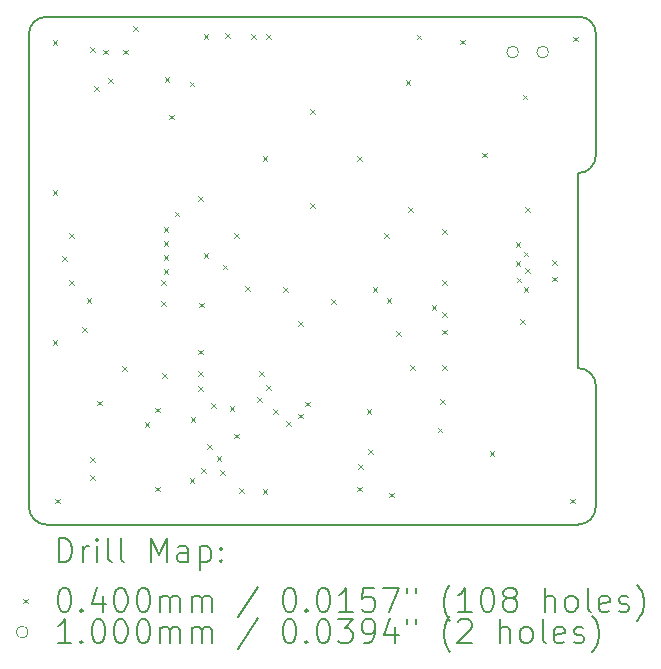
<source format=gbr>
%TF.GenerationSoftware,KiCad,Pcbnew,7.0.7*%
%TF.CreationDate,2023-11-30T17:57:50-08:00*%
%TF.ProjectId,TemperatureHumidityEPD,54656d70-6572-4617-9475-726548756d69,rev?*%
%TF.SameCoordinates,PX75040e0PY7b67cc0*%
%TF.FileFunction,Drillmap*%
%TF.FilePolarity,Positive*%
%FSLAX45Y45*%
G04 Gerber Fmt 4.5, Leading zero omitted, Abs format (unit mm)*
G04 Created by KiCad (PCBNEW 7.0.7) date 2023-11-30 17:57:50*
%MOMM*%
%LPD*%
G01*
G04 APERTURE LIST*
%ADD10C,0.127000*%
%ADD11C,0.200000*%
%ADD12C,0.040000*%
%ADD13C,0.100000*%
G04 APERTURE END LIST*
D10*
X0Y4150000D02*
X0Y150000D01*
X150000Y0D02*
X4650000Y0D01*
X4650000Y0D02*
G75*
G03*
X4800000Y150000I0J150000D01*
G01*
X4800000Y1175000D02*
X4800000Y150000D01*
X4650000Y1325000D02*
X4650000Y2975000D01*
X150000Y4300000D02*
G75*
G03*
X0Y4150000I0J-150000D01*
G01*
X0Y150000D02*
G75*
G03*
X150000Y0I150000J0D01*
G01*
X4650000Y2975000D02*
G75*
G03*
X4800000Y3125000I0J150000D01*
G01*
X4800000Y4150000D02*
G75*
G03*
X4650000Y4300000I-141010J8990D01*
G01*
X4800000Y1175000D02*
G75*
G03*
X4650000Y1325000I-150000J0D01*
G01*
X150000Y4300000D02*
X4650000Y4300000D01*
X4800000Y4150000D02*
X4800000Y3125000D01*
D11*
D12*
X200000Y4100000D02*
X240000Y4060000D01*
X240000Y4100000D02*
X200000Y4060000D01*
X200000Y2830000D02*
X240000Y2790000D01*
X240000Y2830000D02*
X200000Y2790000D01*
X200000Y1560000D02*
X240000Y1520000D01*
X240000Y1560000D02*
X200000Y1520000D01*
X220000Y220000D02*
X260000Y180000D01*
X260000Y220000D02*
X220000Y180000D01*
X280000Y2270000D02*
X320000Y2230000D01*
X320000Y2270000D02*
X280000Y2230000D01*
X340000Y2470000D02*
X380000Y2430000D01*
X380000Y2470000D02*
X340000Y2430000D01*
X342810Y2070000D02*
X382810Y2030000D01*
X382810Y2070000D02*
X342810Y2030000D01*
X450000Y1670000D02*
X490000Y1630000D01*
X490000Y1670000D02*
X450000Y1630000D01*
X490000Y1920000D02*
X530000Y1880000D01*
X530000Y1920000D02*
X490000Y1880000D01*
X520000Y4040000D02*
X560000Y4000000D01*
X560000Y4040000D02*
X520000Y4000000D01*
X520000Y570000D02*
X560000Y530000D01*
X560000Y570000D02*
X520000Y530000D01*
X520000Y420000D02*
X560000Y380000D01*
X560000Y420000D02*
X520000Y380000D01*
X550000Y3710000D02*
X590000Y3670000D01*
X590000Y3710000D02*
X550000Y3670000D01*
X580000Y1050000D02*
X620000Y1010000D01*
X620000Y1050000D02*
X580000Y1010000D01*
X630000Y4020000D02*
X670000Y3980000D01*
X670000Y4020000D02*
X630000Y3980000D01*
X670000Y3780000D02*
X710000Y3740000D01*
X710000Y3780000D02*
X670000Y3740000D01*
X790000Y1340000D02*
X830000Y1300000D01*
X830000Y1340000D02*
X790000Y1300000D01*
X800000Y4020000D02*
X840000Y3980000D01*
X840000Y4020000D02*
X800000Y3980000D01*
X880000Y4220000D02*
X920000Y4180000D01*
X920000Y4220000D02*
X880000Y4180000D01*
X980000Y870000D02*
X1020000Y830000D01*
X1020000Y870000D02*
X980000Y830000D01*
X1070000Y990000D02*
X1110000Y950000D01*
X1110000Y990000D02*
X1070000Y950000D01*
X1070000Y320000D02*
X1110000Y280000D01*
X1110000Y320000D02*
X1070000Y280000D01*
X1116913Y2067652D02*
X1156913Y2027652D01*
X1156913Y2067652D02*
X1116913Y2027652D01*
X1120000Y1890000D02*
X1160000Y1850000D01*
X1160000Y1890000D02*
X1120000Y1850000D01*
X1130000Y1280000D02*
X1170000Y1240000D01*
X1170000Y1280000D02*
X1130000Y1240000D01*
X1140000Y2520000D02*
X1180000Y2480000D01*
X1180000Y2520000D02*
X1140000Y2480000D01*
X1140000Y2400000D02*
X1180000Y2360000D01*
X1180000Y2400000D02*
X1140000Y2360000D01*
X1140000Y2280000D02*
X1180000Y2240000D01*
X1180000Y2280000D02*
X1140000Y2240000D01*
X1140000Y2160000D02*
X1180000Y2120000D01*
X1180000Y2160000D02*
X1140000Y2120000D01*
X1150000Y3790000D02*
X1190000Y3750000D01*
X1190000Y3790000D02*
X1150000Y3750000D01*
X1190000Y3470000D02*
X1230000Y3430000D01*
X1230000Y3470000D02*
X1190000Y3430000D01*
X1235000Y2650000D02*
X1275000Y2610000D01*
X1275000Y2650000D02*
X1235000Y2610000D01*
X1360000Y3750000D02*
X1400000Y3710000D01*
X1400000Y3750000D02*
X1360000Y3710000D01*
X1360000Y390000D02*
X1400000Y350000D01*
X1400000Y390000D02*
X1360000Y350000D01*
X1370000Y910000D02*
X1410000Y870000D01*
X1410000Y910000D02*
X1370000Y870000D01*
X1430000Y2780000D02*
X1470000Y2740000D01*
X1470000Y2780000D02*
X1430000Y2740000D01*
X1430000Y1480000D02*
X1470000Y1440000D01*
X1470000Y1480000D02*
X1430000Y1440000D01*
X1430000Y1300000D02*
X1470000Y1260000D01*
X1470000Y1300000D02*
X1430000Y1260000D01*
X1430000Y1170000D02*
X1470000Y1130000D01*
X1470000Y1170000D02*
X1430000Y1130000D01*
X1440000Y1880000D02*
X1480000Y1840000D01*
X1480000Y1880000D02*
X1440000Y1840000D01*
X1460000Y480000D02*
X1500000Y440000D01*
X1500000Y480000D02*
X1460000Y440000D01*
X1480000Y4150000D02*
X1520000Y4110000D01*
X1520000Y4150000D02*
X1480000Y4110000D01*
X1480000Y2300000D02*
X1520000Y2260000D01*
X1520000Y2300000D02*
X1480000Y2260000D01*
X1510000Y680000D02*
X1550000Y640000D01*
X1550000Y680000D02*
X1510000Y640000D01*
X1540000Y1030000D02*
X1580000Y990000D01*
X1580000Y1030000D02*
X1540000Y990000D01*
X1590000Y580000D02*
X1630000Y540000D01*
X1630000Y580000D02*
X1590000Y540000D01*
X1620000Y460000D02*
X1660000Y420000D01*
X1660000Y460000D02*
X1620000Y420000D01*
X1640000Y2200000D02*
X1680000Y2160000D01*
X1680000Y2200000D02*
X1640000Y2160000D01*
X1660000Y4160000D02*
X1700000Y4120000D01*
X1700000Y4160000D02*
X1660000Y4120000D01*
X1700000Y1000000D02*
X1740000Y960000D01*
X1740000Y1000000D02*
X1700000Y960000D01*
X1740000Y2470000D02*
X1780000Y2430000D01*
X1780000Y2470000D02*
X1740000Y2430000D01*
X1740000Y770000D02*
X1780000Y730000D01*
X1780000Y770000D02*
X1740000Y730000D01*
X1780000Y310000D02*
X1820000Y270000D01*
X1820000Y310000D02*
X1780000Y270000D01*
X1830000Y2020000D02*
X1870000Y1980000D01*
X1870000Y2020000D02*
X1830000Y1980000D01*
X1880000Y4150000D02*
X1920000Y4110000D01*
X1920000Y4150000D02*
X1880000Y4110000D01*
X1930000Y1080000D02*
X1970000Y1040000D01*
X1970000Y1080000D02*
X1930000Y1040000D01*
X1949760Y1300000D02*
X1989760Y1260000D01*
X1989760Y1300000D02*
X1949760Y1260000D01*
X1980000Y3120000D02*
X2020000Y3080000D01*
X2020000Y3120000D02*
X1980000Y3080000D01*
X1980000Y300000D02*
X2020000Y260000D01*
X2020000Y300000D02*
X1980000Y260000D01*
X2010000Y4150000D02*
X2050000Y4110000D01*
X2050000Y4150000D02*
X2010000Y4110000D01*
X2010000Y1180000D02*
X2050000Y1140000D01*
X2050000Y1180000D02*
X2010000Y1140000D01*
X2070000Y980000D02*
X2110000Y940000D01*
X2110000Y980000D02*
X2070000Y940000D01*
X2150000Y2010000D02*
X2190000Y1970000D01*
X2190000Y2010000D02*
X2150000Y1970000D01*
X2177439Y877439D02*
X2217439Y837439D01*
X2217439Y877439D02*
X2177439Y837439D01*
X2279810Y940000D02*
X2319810Y900000D01*
X2319810Y940000D02*
X2279810Y900000D01*
X2280000Y1720000D02*
X2320000Y1680000D01*
X2320000Y1720000D02*
X2280000Y1680000D01*
X2340000Y1040000D02*
X2380000Y1000000D01*
X2380000Y1040000D02*
X2340000Y1000000D01*
X2380000Y3520000D02*
X2420000Y3480000D01*
X2420000Y3520000D02*
X2380000Y3480000D01*
X2380000Y2720000D02*
X2420000Y2680000D01*
X2420000Y2720000D02*
X2380000Y2680000D01*
X2560000Y1910000D02*
X2600000Y1870000D01*
X2600000Y1910000D02*
X2560000Y1870000D01*
X2780000Y3120000D02*
X2820000Y3080000D01*
X2820000Y3120000D02*
X2780000Y3080000D01*
X2780000Y320000D02*
X2820000Y280000D01*
X2820000Y320000D02*
X2780000Y280000D01*
X2790000Y510000D02*
X2830000Y470000D01*
X2830000Y510000D02*
X2790000Y470000D01*
X2860000Y980000D02*
X2900000Y940000D01*
X2900000Y980000D02*
X2860000Y940000D01*
X2870000Y639810D02*
X2910000Y599810D01*
X2910000Y639810D02*
X2870000Y599810D01*
X2910000Y2010000D02*
X2950000Y1970000D01*
X2950000Y2010000D02*
X2910000Y1970000D01*
X3010000Y2470000D02*
X3050000Y2430000D01*
X3050000Y2470000D02*
X3010000Y2430000D01*
X3030000Y1920000D02*
X3070000Y1880000D01*
X3070000Y1920000D02*
X3030000Y1880000D01*
X3050000Y270000D02*
X3090000Y230000D01*
X3090000Y270000D02*
X3050000Y230000D01*
X3110000Y1640000D02*
X3150000Y1600000D01*
X3150000Y1640000D02*
X3110000Y1600000D01*
X3190000Y3760000D02*
X3230000Y3720000D01*
X3230000Y3760000D02*
X3190000Y3720000D01*
X3210000Y2690000D02*
X3250000Y2650000D01*
X3250000Y2690000D02*
X3210000Y2650000D01*
X3230000Y1350000D02*
X3270000Y1310000D01*
X3270000Y1350000D02*
X3230000Y1310000D01*
X3282500Y4147500D02*
X3322500Y4107500D01*
X3322500Y4147500D02*
X3282500Y4107500D01*
X3410000Y1860000D02*
X3450000Y1820000D01*
X3450000Y1860000D02*
X3410000Y1820000D01*
X3460000Y820000D02*
X3500000Y780000D01*
X3500000Y820000D02*
X3460000Y780000D01*
X3480000Y1060000D02*
X3520000Y1020000D01*
X3520000Y1060000D02*
X3480000Y1020000D01*
X3496644Y2070019D02*
X3536644Y2030019D01*
X3536644Y2070019D02*
X3496644Y2030019D01*
X3500000Y2500000D02*
X3540000Y2460000D01*
X3540000Y2500000D02*
X3500000Y2460000D01*
X3500000Y1800000D02*
X3540000Y1760000D01*
X3540000Y1800000D02*
X3500000Y1760000D01*
X3500000Y1650000D02*
X3540000Y1610000D01*
X3540000Y1650000D02*
X3500000Y1610000D01*
X3500000Y1350000D02*
X3540000Y1310000D01*
X3540000Y1350000D02*
X3500000Y1310000D01*
X3653750Y4106250D02*
X3693750Y4066250D01*
X3693750Y4106250D02*
X3653750Y4066250D01*
X3840000Y3150000D02*
X3880000Y3110000D01*
X3880000Y3150000D02*
X3840000Y3110000D01*
X3900000Y620000D02*
X3940000Y580000D01*
X3940000Y620000D02*
X3900000Y580000D01*
X4120000Y2390000D02*
X4160000Y2350000D01*
X4160000Y2390000D02*
X4120000Y2350000D01*
X4120000Y2230000D02*
X4160000Y2190000D01*
X4160000Y2230000D02*
X4120000Y2190000D01*
X4130000Y2090000D02*
X4170000Y2050000D01*
X4170000Y2090000D02*
X4130000Y2050000D01*
X4160000Y1740000D02*
X4200000Y1700000D01*
X4200000Y1740000D02*
X4160000Y1700000D01*
X4180000Y3640000D02*
X4220000Y3600000D01*
X4220000Y3640000D02*
X4180000Y3600000D01*
X4190000Y2310000D02*
X4230000Y2270000D01*
X4230000Y2310000D02*
X4190000Y2270000D01*
X4190000Y2010190D02*
X4230000Y1970190D01*
X4230000Y2010190D02*
X4190000Y1970190D01*
X4200000Y2690000D02*
X4240000Y2650000D01*
X4240000Y2690000D02*
X4200000Y2650000D01*
X4200000Y2170000D02*
X4240000Y2130000D01*
X4240000Y2170000D02*
X4200000Y2130000D01*
X4430000Y2240000D02*
X4470000Y2200000D01*
X4470000Y2240000D02*
X4430000Y2200000D01*
X4430000Y2100000D02*
X4470000Y2060000D01*
X4470000Y2100000D02*
X4430000Y2060000D01*
X4580000Y220000D02*
X4620000Y180000D01*
X4620000Y220000D02*
X4580000Y180000D01*
X4610000Y4130000D02*
X4650000Y4090000D01*
X4650000Y4130000D02*
X4610000Y4090000D01*
D13*
X4146000Y4000000D02*
G75*
G03*
X4146000Y4000000I-50000J0D01*
G01*
X4400000Y4000000D02*
G75*
G03*
X4400000Y4000000I-50000J0D01*
G01*
D11*
X254427Y-317834D02*
X254427Y-117834D01*
X254427Y-117834D02*
X302046Y-117834D01*
X302046Y-117834D02*
X330617Y-127358D01*
X330617Y-127358D02*
X349665Y-146405D01*
X349665Y-146405D02*
X359189Y-165453D01*
X359189Y-165453D02*
X368712Y-203548D01*
X368712Y-203548D02*
X368712Y-232119D01*
X368712Y-232119D02*
X359189Y-270215D01*
X359189Y-270215D02*
X349665Y-289262D01*
X349665Y-289262D02*
X330617Y-308310D01*
X330617Y-308310D02*
X302046Y-317834D01*
X302046Y-317834D02*
X254427Y-317834D01*
X454427Y-317834D02*
X454427Y-184500D01*
X454427Y-222596D02*
X463951Y-203548D01*
X463951Y-203548D02*
X473474Y-194024D01*
X473474Y-194024D02*
X492522Y-184500D01*
X492522Y-184500D02*
X511570Y-184500D01*
X578236Y-317834D02*
X578236Y-184500D01*
X578236Y-117834D02*
X568713Y-127358D01*
X568713Y-127358D02*
X578236Y-136881D01*
X578236Y-136881D02*
X587760Y-127358D01*
X587760Y-127358D02*
X578236Y-117834D01*
X578236Y-117834D02*
X578236Y-136881D01*
X702046Y-317834D02*
X682998Y-308310D01*
X682998Y-308310D02*
X673474Y-289262D01*
X673474Y-289262D02*
X673474Y-117834D01*
X806808Y-317834D02*
X787760Y-308310D01*
X787760Y-308310D02*
X778236Y-289262D01*
X778236Y-289262D02*
X778236Y-117834D01*
X1035379Y-317834D02*
X1035379Y-117834D01*
X1035379Y-117834D02*
X1102046Y-260691D01*
X1102046Y-260691D02*
X1168713Y-117834D01*
X1168713Y-117834D02*
X1168713Y-317834D01*
X1349665Y-317834D02*
X1349665Y-213072D01*
X1349665Y-213072D02*
X1340141Y-194024D01*
X1340141Y-194024D02*
X1321094Y-184500D01*
X1321094Y-184500D02*
X1282998Y-184500D01*
X1282998Y-184500D02*
X1263951Y-194024D01*
X1349665Y-308310D02*
X1330617Y-317834D01*
X1330617Y-317834D02*
X1282998Y-317834D01*
X1282998Y-317834D02*
X1263951Y-308310D01*
X1263951Y-308310D02*
X1254427Y-289262D01*
X1254427Y-289262D02*
X1254427Y-270215D01*
X1254427Y-270215D02*
X1263951Y-251167D01*
X1263951Y-251167D02*
X1282998Y-241643D01*
X1282998Y-241643D02*
X1330617Y-241643D01*
X1330617Y-241643D02*
X1349665Y-232119D01*
X1444903Y-184500D02*
X1444903Y-384500D01*
X1444903Y-194024D02*
X1463951Y-184500D01*
X1463951Y-184500D02*
X1502046Y-184500D01*
X1502046Y-184500D02*
X1521093Y-194024D01*
X1521093Y-194024D02*
X1530617Y-203548D01*
X1530617Y-203548D02*
X1540141Y-222596D01*
X1540141Y-222596D02*
X1540141Y-279739D01*
X1540141Y-279739D02*
X1530617Y-298786D01*
X1530617Y-298786D02*
X1521093Y-308310D01*
X1521093Y-308310D02*
X1502046Y-317834D01*
X1502046Y-317834D02*
X1463951Y-317834D01*
X1463951Y-317834D02*
X1444903Y-308310D01*
X1625855Y-298786D02*
X1635379Y-308310D01*
X1635379Y-308310D02*
X1625855Y-317834D01*
X1625855Y-317834D02*
X1616332Y-308310D01*
X1616332Y-308310D02*
X1625855Y-298786D01*
X1625855Y-298786D02*
X1625855Y-317834D01*
X1625855Y-194024D02*
X1635379Y-203548D01*
X1635379Y-203548D02*
X1625855Y-213072D01*
X1625855Y-213072D02*
X1616332Y-203548D01*
X1616332Y-203548D02*
X1625855Y-194024D01*
X1625855Y-194024D02*
X1625855Y-213072D01*
D12*
X-46350Y-626350D02*
X-6350Y-666350D01*
X-6350Y-626350D02*
X-46350Y-666350D01*
D11*
X292522Y-537834D02*
X311570Y-537834D01*
X311570Y-537834D02*
X330617Y-547358D01*
X330617Y-547358D02*
X340141Y-556881D01*
X340141Y-556881D02*
X349665Y-575929D01*
X349665Y-575929D02*
X359189Y-614024D01*
X359189Y-614024D02*
X359189Y-661643D01*
X359189Y-661643D02*
X349665Y-699738D01*
X349665Y-699738D02*
X340141Y-718786D01*
X340141Y-718786D02*
X330617Y-728310D01*
X330617Y-728310D02*
X311570Y-737834D01*
X311570Y-737834D02*
X292522Y-737834D01*
X292522Y-737834D02*
X273474Y-728310D01*
X273474Y-728310D02*
X263951Y-718786D01*
X263951Y-718786D02*
X254427Y-699738D01*
X254427Y-699738D02*
X244903Y-661643D01*
X244903Y-661643D02*
X244903Y-614024D01*
X244903Y-614024D02*
X254427Y-575929D01*
X254427Y-575929D02*
X263951Y-556881D01*
X263951Y-556881D02*
X273474Y-547358D01*
X273474Y-547358D02*
X292522Y-537834D01*
X444903Y-718786D02*
X454427Y-728310D01*
X454427Y-728310D02*
X444903Y-737834D01*
X444903Y-737834D02*
X435379Y-728310D01*
X435379Y-728310D02*
X444903Y-718786D01*
X444903Y-718786D02*
X444903Y-737834D01*
X625855Y-604500D02*
X625855Y-737834D01*
X578236Y-528310D02*
X530617Y-671167D01*
X530617Y-671167D02*
X654427Y-671167D01*
X768712Y-537834D02*
X787760Y-537834D01*
X787760Y-537834D02*
X806808Y-547358D01*
X806808Y-547358D02*
X816332Y-556881D01*
X816332Y-556881D02*
X825855Y-575929D01*
X825855Y-575929D02*
X835379Y-614024D01*
X835379Y-614024D02*
X835379Y-661643D01*
X835379Y-661643D02*
X825855Y-699738D01*
X825855Y-699738D02*
X816332Y-718786D01*
X816332Y-718786D02*
X806808Y-728310D01*
X806808Y-728310D02*
X787760Y-737834D01*
X787760Y-737834D02*
X768712Y-737834D01*
X768712Y-737834D02*
X749665Y-728310D01*
X749665Y-728310D02*
X740141Y-718786D01*
X740141Y-718786D02*
X730617Y-699738D01*
X730617Y-699738D02*
X721093Y-661643D01*
X721093Y-661643D02*
X721093Y-614024D01*
X721093Y-614024D02*
X730617Y-575929D01*
X730617Y-575929D02*
X740141Y-556881D01*
X740141Y-556881D02*
X749665Y-547358D01*
X749665Y-547358D02*
X768712Y-537834D01*
X959189Y-537834D02*
X978236Y-537834D01*
X978236Y-537834D02*
X997284Y-547358D01*
X997284Y-547358D02*
X1006808Y-556881D01*
X1006808Y-556881D02*
X1016332Y-575929D01*
X1016332Y-575929D02*
X1025855Y-614024D01*
X1025855Y-614024D02*
X1025855Y-661643D01*
X1025855Y-661643D02*
X1016332Y-699738D01*
X1016332Y-699738D02*
X1006808Y-718786D01*
X1006808Y-718786D02*
X997284Y-728310D01*
X997284Y-728310D02*
X978236Y-737834D01*
X978236Y-737834D02*
X959189Y-737834D01*
X959189Y-737834D02*
X940141Y-728310D01*
X940141Y-728310D02*
X930617Y-718786D01*
X930617Y-718786D02*
X921093Y-699738D01*
X921093Y-699738D02*
X911570Y-661643D01*
X911570Y-661643D02*
X911570Y-614024D01*
X911570Y-614024D02*
X921093Y-575929D01*
X921093Y-575929D02*
X930617Y-556881D01*
X930617Y-556881D02*
X940141Y-547358D01*
X940141Y-547358D02*
X959189Y-537834D01*
X1111570Y-737834D02*
X1111570Y-604500D01*
X1111570Y-623548D02*
X1121094Y-614024D01*
X1121094Y-614024D02*
X1140141Y-604500D01*
X1140141Y-604500D02*
X1168713Y-604500D01*
X1168713Y-604500D02*
X1187760Y-614024D01*
X1187760Y-614024D02*
X1197284Y-633072D01*
X1197284Y-633072D02*
X1197284Y-737834D01*
X1197284Y-633072D02*
X1206808Y-614024D01*
X1206808Y-614024D02*
X1225855Y-604500D01*
X1225855Y-604500D02*
X1254427Y-604500D01*
X1254427Y-604500D02*
X1273475Y-614024D01*
X1273475Y-614024D02*
X1282998Y-633072D01*
X1282998Y-633072D02*
X1282998Y-737834D01*
X1378236Y-737834D02*
X1378236Y-604500D01*
X1378236Y-623548D02*
X1387760Y-614024D01*
X1387760Y-614024D02*
X1406808Y-604500D01*
X1406808Y-604500D02*
X1435379Y-604500D01*
X1435379Y-604500D02*
X1454427Y-614024D01*
X1454427Y-614024D02*
X1463951Y-633072D01*
X1463951Y-633072D02*
X1463951Y-737834D01*
X1463951Y-633072D02*
X1473474Y-614024D01*
X1473474Y-614024D02*
X1492522Y-604500D01*
X1492522Y-604500D02*
X1521093Y-604500D01*
X1521093Y-604500D02*
X1540141Y-614024D01*
X1540141Y-614024D02*
X1549665Y-633072D01*
X1549665Y-633072D02*
X1549665Y-737834D01*
X1940141Y-528310D02*
X1768713Y-785453D01*
X2197284Y-537834D02*
X2216332Y-537834D01*
X2216332Y-537834D02*
X2235379Y-547358D01*
X2235379Y-547358D02*
X2244903Y-556881D01*
X2244903Y-556881D02*
X2254427Y-575929D01*
X2254427Y-575929D02*
X2263951Y-614024D01*
X2263951Y-614024D02*
X2263951Y-661643D01*
X2263951Y-661643D02*
X2254427Y-699738D01*
X2254427Y-699738D02*
X2244903Y-718786D01*
X2244903Y-718786D02*
X2235379Y-728310D01*
X2235379Y-728310D02*
X2216332Y-737834D01*
X2216332Y-737834D02*
X2197284Y-737834D01*
X2197284Y-737834D02*
X2178237Y-728310D01*
X2178237Y-728310D02*
X2168713Y-718786D01*
X2168713Y-718786D02*
X2159189Y-699738D01*
X2159189Y-699738D02*
X2149665Y-661643D01*
X2149665Y-661643D02*
X2149665Y-614024D01*
X2149665Y-614024D02*
X2159189Y-575929D01*
X2159189Y-575929D02*
X2168713Y-556881D01*
X2168713Y-556881D02*
X2178237Y-547358D01*
X2178237Y-547358D02*
X2197284Y-537834D01*
X2349665Y-718786D02*
X2359189Y-728310D01*
X2359189Y-728310D02*
X2349665Y-737834D01*
X2349665Y-737834D02*
X2340141Y-728310D01*
X2340141Y-728310D02*
X2349665Y-718786D01*
X2349665Y-718786D02*
X2349665Y-737834D01*
X2482998Y-537834D02*
X2502046Y-537834D01*
X2502046Y-537834D02*
X2521094Y-547358D01*
X2521094Y-547358D02*
X2530618Y-556881D01*
X2530618Y-556881D02*
X2540141Y-575929D01*
X2540141Y-575929D02*
X2549665Y-614024D01*
X2549665Y-614024D02*
X2549665Y-661643D01*
X2549665Y-661643D02*
X2540141Y-699738D01*
X2540141Y-699738D02*
X2530618Y-718786D01*
X2530618Y-718786D02*
X2521094Y-728310D01*
X2521094Y-728310D02*
X2502046Y-737834D01*
X2502046Y-737834D02*
X2482998Y-737834D01*
X2482998Y-737834D02*
X2463951Y-728310D01*
X2463951Y-728310D02*
X2454427Y-718786D01*
X2454427Y-718786D02*
X2444903Y-699738D01*
X2444903Y-699738D02*
X2435379Y-661643D01*
X2435379Y-661643D02*
X2435379Y-614024D01*
X2435379Y-614024D02*
X2444903Y-575929D01*
X2444903Y-575929D02*
X2454427Y-556881D01*
X2454427Y-556881D02*
X2463951Y-547358D01*
X2463951Y-547358D02*
X2482998Y-537834D01*
X2740141Y-737834D02*
X2625856Y-737834D01*
X2682998Y-737834D02*
X2682998Y-537834D01*
X2682998Y-537834D02*
X2663951Y-566405D01*
X2663951Y-566405D02*
X2644903Y-585453D01*
X2644903Y-585453D02*
X2625856Y-594977D01*
X2921094Y-537834D02*
X2825856Y-537834D01*
X2825856Y-537834D02*
X2816332Y-633072D01*
X2816332Y-633072D02*
X2825856Y-623548D01*
X2825856Y-623548D02*
X2844903Y-614024D01*
X2844903Y-614024D02*
X2892522Y-614024D01*
X2892522Y-614024D02*
X2911570Y-623548D01*
X2911570Y-623548D02*
X2921094Y-633072D01*
X2921094Y-633072D02*
X2930617Y-652120D01*
X2930617Y-652120D02*
X2930617Y-699738D01*
X2930617Y-699738D02*
X2921094Y-718786D01*
X2921094Y-718786D02*
X2911570Y-728310D01*
X2911570Y-728310D02*
X2892522Y-737834D01*
X2892522Y-737834D02*
X2844903Y-737834D01*
X2844903Y-737834D02*
X2825856Y-728310D01*
X2825856Y-728310D02*
X2816332Y-718786D01*
X2997284Y-537834D02*
X3130617Y-537834D01*
X3130617Y-537834D02*
X3044903Y-737834D01*
X3197284Y-537834D02*
X3197284Y-575929D01*
X3273475Y-537834D02*
X3273475Y-575929D01*
X3568713Y-814024D02*
X3559189Y-804500D01*
X3559189Y-804500D02*
X3540141Y-775929D01*
X3540141Y-775929D02*
X3530618Y-756881D01*
X3530618Y-756881D02*
X3521094Y-728310D01*
X3521094Y-728310D02*
X3511570Y-680691D01*
X3511570Y-680691D02*
X3511570Y-642596D01*
X3511570Y-642596D02*
X3521094Y-594977D01*
X3521094Y-594977D02*
X3530618Y-566405D01*
X3530618Y-566405D02*
X3540141Y-547358D01*
X3540141Y-547358D02*
X3559189Y-518786D01*
X3559189Y-518786D02*
X3568713Y-509262D01*
X3749665Y-737834D02*
X3635379Y-737834D01*
X3692522Y-737834D02*
X3692522Y-537834D01*
X3692522Y-537834D02*
X3673475Y-566405D01*
X3673475Y-566405D02*
X3654427Y-585453D01*
X3654427Y-585453D02*
X3635379Y-594977D01*
X3873475Y-537834D02*
X3892522Y-537834D01*
X3892522Y-537834D02*
X3911570Y-547358D01*
X3911570Y-547358D02*
X3921094Y-556881D01*
X3921094Y-556881D02*
X3930618Y-575929D01*
X3930618Y-575929D02*
X3940141Y-614024D01*
X3940141Y-614024D02*
X3940141Y-661643D01*
X3940141Y-661643D02*
X3930618Y-699738D01*
X3930618Y-699738D02*
X3921094Y-718786D01*
X3921094Y-718786D02*
X3911570Y-728310D01*
X3911570Y-728310D02*
X3892522Y-737834D01*
X3892522Y-737834D02*
X3873475Y-737834D01*
X3873475Y-737834D02*
X3854427Y-728310D01*
X3854427Y-728310D02*
X3844903Y-718786D01*
X3844903Y-718786D02*
X3835379Y-699738D01*
X3835379Y-699738D02*
X3825856Y-661643D01*
X3825856Y-661643D02*
X3825856Y-614024D01*
X3825856Y-614024D02*
X3835379Y-575929D01*
X3835379Y-575929D02*
X3844903Y-556881D01*
X3844903Y-556881D02*
X3854427Y-547358D01*
X3854427Y-547358D02*
X3873475Y-537834D01*
X4054427Y-623548D02*
X4035379Y-614024D01*
X4035379Y-614024D02*
X4025856Y-604500D01*
X4025856Y-604500D02*
X4016332Y-585453D01*
X4016332Y-585453D02*
X4016332Y-575929D01*
X4016332Y-575929D02*
X4025856Y-556881D01*
X4025856Y-556881D02*
X4035379Y-547358D01*
X4035379Y-547358D02*
X4054427Y-537834D01*
X4054427Y-537834D02*
X4092522Y-537834D01*
X4092522Y-537834D02*
X4111570Y-547358D01*
X4111570Y-547358D02*
X4121094Y-556881D01*
X4121094Y-556881D02*
X4130618Y-575929D01*
X4130618Y-575929D02*
X4130618Y-585453D01*
X4130618Y-585453D02*
X4121094Y-604500D01*
X4121094Y-604500D02*
X4111570Y-614024D01*
X4111570Y-614024D02*
X4092522Y-623548D01*
X4092522Y-623548D02*
X4054427Y-623548D01*
X4054427Y-623548D02*
X4035379Y-633072D01*
X4035379Y-633072D02*
X4025856Y-642596D01*
X4025856Y-642596D02*
X4016332Y-661643D01*
X4016332Y-661643D02*
X4016332Y-699738D01*
X4016332Y-699738D02*
X4025856Y-718786D01*
X4025856Y-718786D02*
X4035379Y-728310D01*
X4035379Y-728310D02*
X4054427Y-737834D01*
X4054427Y-737834D02*
X4092522Y-737834D01*
X4092522Y-737834D02*
X4111570Y-728310D01*
X4111570Y-728310D02*
X4121094Y-718786D01*
X4121094Y-718786D02*
X4130618Y-699738D01*
X4130618Y-699738D02*
X4130618Y-661643D01*
X4130618Y-661643D02*
X4121094Y-642596D01*
X4121094Y-642596D02*
X4111570Y-633072D01*
X4111570Y-633072D02*
X4092522Y-623548D01*
X4368713Y-737834D02*
X4368713Y-537834D01*
X4454427Y-737834D02*
X4454427Y-633072D01*
X4454427Y-633072D02*
X4444903Y-614024D01*
X4444903Y-614024D02*
X4425856Y-604500D01*
X4425856Y-604500D02*
X4397284Y-604500D01*
X4397284Y-604500D02*
X4378237Y-614024D01*
X4378237Y-614024D02*
X4368713Y-623548D01*
X4578237Y-737834D02*
X4559189Y-728310D01*
X4559189Y-728310D02*
X4549665Y-718786D01*
X4549665Y-718786D02*
X4540142Y-699738D01*
X4540142Y-699738D02*
X4540142Y-642596D01*
X4540142Y-642596D02*
X4549665Y-623548D01*
X4549665Y-623548D02*
X4559189Y-614024D01*
X4559189Y-614024D02*
X4578237Y-604500D01*
X4578237Y-604500D02*
X4606808Y-604500D01*
X4606808Y-604500D02*
X4625856Y-614024D01*
X4625856Y-614024D02*
X4635380Y-623548D01*
X4635380Y-623548D02*
X4644903Y-642596D01*
X4644903Y-642596D02*
X4644903Y-699738D01*
X4644903Y-699738D02*
X4635380Y-718786D01*
X4635380Y-718786D02*
X4625856Y-728310D01*
X4625856Y-728310D02*
X4606808Y-737834D01*
X4606808Y-737834D02*
X4578237Y-737834D01*
X4759189Y-737834D02*
X4740142Y-728310D01*
X4740142Y-728310D02*
X4730618Y-709262D01*
X4730618Y-709262D02*
X4730618Y-537834D01*
X4911570Y-728310D02*
X4892523Y-737834D01*
X4892523Y-737834D02*
X4854427Y-737834D01*
X4854427Y-737834D02*
X4835380Y-728310D01*
X4835380Y-728310D02*
X4825856Y-709262D01*
X4825856Y-709262D02*
X4825856Y-633072D01*
X4825856Y-633072D02*
X4835380Y-614024D01*
X4835380Y-614024D02*
X4854427Y-604500D01*
X4854427Y-604500D02*
X4892523Y-604500D01*
X4892523Y-604500D02*
X4911570Y-614024D01*
X4911570Y-614024D02*
X4921094Y-633072D01*
X4921094Y-633072D02*
X4921094Y-652120D01*
X4921094Y-652120D02*
X4825856Y-671167D01*
X4997284Y-728310D02*
X5016332Y-737834D01*
X5016332Y-737834D02*
X5054427Y-737834D01*
X5054427Y-737834D02*
X5073475Y-728310D01*
X5073475Y-728310D02*
X5082999Y-709262D01*
X5082999Y-709262D02*
X5082999Y-699738D01*
X5082999Y-699738D02*
X5073475Y-680691D01*
X5073475Y-680691D02*
X5054427Y-671167D01*
X5054427Y-671167D02*
X5025856Y-671167D01*
X5025856Y-671167D02*
X5006808Y-661643D01*
X5006808Y-661643D02*
X4997284Y-642596D01*
X4997284Y-642596D02*
X4997284Y-633072D01*
X4997284Y-633072D02*
X5006808Y-614024D01*
X5006808Y-614024D02*
X5025856Y-604500D01*
X5025856Y-604500D02*
X5054427Y-604500D01*
X5054427Y-604500D02*
X5073475Y-614024D01*
X5149665Y-814024D02*
X5159189Y-804500D01*
X5159189Y-804500D02*
X5178237Y-775929D01*
X5178237Y-775929D02*
X5187761Y-756881D01*
X5187761Y-756881D02*
X5197284Y-728310D01*
X5197284Y-728310D02*
X5206808Y-680691D01*
X5206808Y-680691D02*
X5206808Y-642596D01*
X5206808Y-642596D02*
X5197284Y-594977D01*
X5197284Y-594977D02*
X5187761Y-566405D01*
X5187761Y-566405D02*
X5178237Y-547358D01*
X5178237Y-547358D02*
X5159189Y-518786D01*
X5159189Y-518786D02*
X5149665Y-509262D01*
D13*
X-6350Y-910350D02*
G75*
G03*
X-6350Y-910350I-50000J0D01*
G01*
D11*
X359189Y-1001834D02*
X244903Y-1001834D01*
X302046Y-1001834D02*
X302046Y-801834D01*
X302046Y-801834D02*
X282998Y-830405D01*
X282998Y-830405D02*
X263951Y-849453D01*
X263951Y-849453D02*
X244903Y-858977D01*
X444903Y-982786D02*
X454427Y-992310D01*
X454427Y-992310D02*
X444903Y-1001834D01*
X444903Y-1001834D02*
X435379Y-992310D01*
X435379Y-992310D02*
X444903Y-982786D01*
X444903Y-982786D02*
X444903Y-1001834D01*
X578236Y-801834D02*
X597284Y-801834D01*
X597284Y-801834D02*
X616332Y-811358D01*
X616332Y-811358D02*
X625855Y-820881D01*
X625855Y-820881D02*
X635379Y-839929D01*
X635379Y-839929D02*
X644903Y-878024D01*
X644903Y-878024D02*
X644903Y-925643D01*
X644903Y-925643D02*
X635379Y-963738D01*
X635379Y-963738D02*
X625855Y-982786D01*
X625855Y-982786D02*
X616332Y-992310D01*
X616332Y-992310D02*
X597284Y-1001834D01*
X597284Y-1001834D02*
X578236Y-1001834D01*
X578236Y-1001834D02*
X559189Y-992310D01*
X559189Y-992310D02*
X549665Y-982786D01*
X549665Y-982786D02*
X540141Y-963738D01*
X540141Y-963738D02*
X530617Y-925643D01*
X530617Y-925643D02*
X530617Y-878024D01*
X530617Y-878024D02*
X540141Y-839929D01*
X540141Y-839929D02*
X549665Y-820881D01*
X549665Y-820881D02*
X559189Y-811358D01*
X559189Y-811358D02*
X578236Y-801834D01*
X768712Y-801834D02*
X787760Y-801834D01*
X787760Y-801834D02*
X806808Y-811358D01*
X806808Y-811358D02*
X816332Y-820881D01*
X816332Y-820881D02*
X825855Y-839929D01*
X825855Y-839929D02*
X835379Y-878024D01*
X835379Y-878024D02*
X835379Y-925643D01*
X835379Y-925643D02*
X825855Y-963738D01*
X825855Y-963738D02*
X816332Y-982786D01*
X816332Y-982786D02*
X806808Y-992310D01*
X806808Y-992310D02*
X787760Y-1001834D01*
X787760Y-1001834D02*
X768712Y-1001834D01*
X768712Y-1001834D02*
X749665Y-992310D01*
X749665Y-992310D02*
X740141Y-982786D01*
X740141Y-982786D02*
X730617Y-963738D01*
X730617Y-963738D02*
X721093Y-925643D01*
X721093Y-925643D02*
X721093Y-878024D01*
X721093Y-878024D02*
X730617Y-839929D01*
X730617Y-839929D02*
X740141Y-820881D01*
X740141Y-820881D02*
X749665Y-811358D01*
X749665Y-811358D02*
X768712Y-801834D01*
X959189Y-801834D02*
X978236Y-801834D01*
X978236Y-801834D02*
X997284Y-811358D01*
X997284Y-811358D02*
X1006808Y-820881D01*
X1006808Y-820881D02*
X1016332Y-839929D01*
X1016332Y-839929D02*
X1025855Y-878024D01*
X1025855Y-878024D02*
X1025855Y-925643D01*
X1025855Y-925643D02*
X1016332Y-963738D01*
X1016332Y-963738D02*
X1006808Y-982786D01*
X1006808Y-982786D02*
X997284Y-992310D01*
X997284Y-992310D02*
X978236Y-1001834D01*
X978236Y-1001834D02*
X959189Y-1001834D01*
X959189Y-1001834D02*
X940141Y-992310D01*
X940141Y-992310D02*
X930617Y-982786D01*
X930617Y-982786D02*
X921093Y-963738D01*
X921093Y-963738D02*
X911570Y-925643D01*
X911570Y-925643D02*
X911570Y-878024D01*
X911570Y-878024D02*
X921093Y-839929D01*
X921093Y-839929D02*
X930617Y-820881D01*
X930617Y-820881D02*
X940141Y-811358D01*
X940141Y-811358D02*
X959189Y-801834D01*
X1111570Y-1001834D02*
X1111570Y-868500D01*
X1111570Y-887548D02*
X1121094Y-878024D01*
X1121094Y-878024D02*
X1140141Y-868500D01*
X1140141Y-868500D02*
X1168713Y-868500D01*
X1168713Y-868500D02*
X1187760Y-878024D01*
X1187760Y-878024D02*
X1197284Y-897072D01*
X1197284Y-897072D02*
X1197284Y-1001834D01*
X1197284Y-897072D02*
X1206808Y-878024D01*
X1206808Y-878024D02*
X1225855Y-868500D01*
X1225855Y-868500D02*
X1254427Y-868500D01*
X1254427Y-868500D02*
X1273475Y-878024D01*
X1273475Y-878024D02*
X1282998Y-897072D01*
X1282998Y-897072D02*
X1282998Y-1001834D01*
X1378236Y-1001834D02*
X1378236Y-868500D01*
X1378236Y-887548D02*
X1387760Y-878024D01*
X1387760Y-878024D02*
X1406808Y-868500D01*
X1406808Y-868500D02*
X1435379Y-868500D01*
X1435379Y-868500D02*
X1454427Y-878024D01*
X1454427Y-878024D02*
X1463951Y-897072D01*
X1463951Y-897072D02*
X1463951Y-1001834D01*
X1463951Y-897072D02*
X1473474Y-878024D01*
X1473474Y-878024D02*
X1492522Y-868500D01*
X1492522Y-868500D02*
X1521093Y-868500D01*
X1521093Y-868500D02*
X1540141Y-878024D01*
X1540141Y-878024D02*
X1549665Y-897072D01*
X1549665Y-897072D02*
X1549665Y-1001834D01*
X1940141Y-792310D02*
X1768713Y-1049453D01*
X2197284Y-801834D02*
X2216332Y-801834D01*
X2216332Y-801834D02*
X2235379Y-811358D01*
X2235379Y-811358D02*
X2244903Y-820881D01*
X2244903Y-820881D02*
X2254427Y-839929D01*
X2254427Y-839929D02*
X2263951Y-878024D01*
X2263951Y-878024D02*
X2263951Y-925643D01*
X2263951Y-925643D02*
X2254427Y-963738D01*
X2254427Y-963738D02*
X2244903Y-982786D01*
X2244903Y-982786D02*
X2235379Y-992310D01*
X2235379Y-992310D02*
X2216332Y-1001834D01*
X2216332Y-1001834D02*
X2197284Y-1001834D01*
X2197284Y-1001834D02*
X2178237Y-992310D01*
X2178237Y-992310D02*
X2168713Y-982786D01*
X2168713Y-982786D02*
X2159189Y-963738D01*
X2159189Y-963738D02*
X2149665Y-925643D01*
X2149665Y-925643D02*
X2149665Y-878024D01*
X2149665Y-878024D02*
X2159189Y-839929D01*
X2159189Y-839929D02*
X2168713Y-820881D01*
X2168713Y-820881D02*
X2178237Y-811358D01*
X2178237Y-811358D02*
X2197284Y-801834D01*
X2349665Y-982786D02*
X2359189Y-992310D01*
X2359189Y-992310D02*
X2349665Y-1001834D01*
X2349665Y-1001834D02*
X2340141Y-992310D01*
X2340141Y-992310D02*
X2349665Y-982786D01*
X2349665Y-982786D02*
X2349665Y-1001834D01*
X2482998Y-801834D02*
X2502046Y-801834D01*
X2502046Y-801834D02*
X2521094Y-811358D01*
X2521094Y-811358D02*
X2530618Y-820881D01*
X2530618Y-820881D02*
X2540141Y-839929D01*
X2540141Y-839929D02*
X2549665Y-878024D01*
X2549665Y-878024D02*
X2549665Y-925643D01*
X2549665Y-925643D02*
X2540141Y-963738D01*
X2540141Y-963738D02*
X2530618Y-982786D01*
X2530618Y-982786D02*
X2521094Y-992310D01*
X2521094Y-992310D02*
X2502046Y-1001834D01*
X2502046Y-1001834D02*
X2482998Y-1001834D01*
X2482998Y-1001834D02*
X2463951Y-992310D01*
X2463951Y-992310D02*
X2454427Y-982786D01*
X2454427Y-982786D02*
X2444903Y-963738D01*
X2444903Y-963738D02*
X2435379Y-925643D01*
X2435379Y-925643D02*
X2435379Y-878024D01*
X2435379Y-878024D02*
X2444903Y-839929D01*
X2444903Y-839929D02*
X2454427Y-820881D01*
X2454427Y-820881D02*
X2463951Y-811358D01*
X2463951Y-811358D02*
X2482998Y-801834D01*
X2616332Y-801834D02*
X2740141Y-801834D01*
X2740141Y-801834D02*
X2673475Y-878024D01*
X2673475Y-878024D02*
X2702046Y-878024D01*
X2702046Y-878024D02*
X2721094Y-887548D01*
X2721094Y-887548D02*
X2730618Y-897072D01*
X2730618Y-897072D02*
X2740141Y-916119D01*
X2740141Y-916119D02*
X2740141Y-963738D01*
X2740141Y-963738D02*
X2730618Y-982786D01*
X2730618Y-982786D02*
X2721094Y-992310D01*
X2721094Y-992310D02*
X2702046Y-1001834D01*
X2702046Y-1001834D02*
X2644903Y-1001834D01*
X2644903Y-1001834D02*
X2625856Y-992310D01*
X2625856Y-992310D02*
X2616332Y-982786D01*
X2835379Y-1001834D02*
X2873475Y-1001834D01*
X2873475Y-1001834D02*
X2892522Y-992310D01*
X2892522Y-992310D02*
X2902046Y-982786D01*
X2902046Y-982786D02*
X2921094Y-954215D01*
X2921094Y-954215D02*
X2930617Y-916119D01*
X2930617Y-916119D02*
X2930617Y-839929D01*
X2930617Y-839929D02*
X2921094Y-820881D01*
X2921094Y-820881D02*
X2911570Y-811358D01*
X2911570Y-811358D02*
X2892522Y-801834D01*
X2892522Y-801834D02*
X2854427Y-801834D01*
X2854427Y-801834D02*
X2835379Y-811358D01*
X2835379Y-811358D02*
X2825856Y-820881D01*
X2825856Y-820881D02*
X2816332Y-839929D01*
X2816332Y-839929D02*
X2816332Y-887548D01*
X2816332Y-887548D02*
X2825856Y-906596D01*
X2825856Y-906596D02*
X2835379Y-916119D01*
X2835379Y-916119D02*
X2854427Y-925643D01*
X2854427Y-925643D02*
X2892522Y-925643D01*
X2892522Y-925643D02*
X2911570Y-916119D01*
X2911570Y-916119D02*
X2921094Y-906596D01*
X2921094Y-906596D02*
X2930617Y-887548D01*
X3102046Y-868500D02*
X3102046Y-1001834D01*
X3054427Y-792310D02*
X3006808Y-935167D01*
X3006808Y-935167D02*
X3130617Y-935167D01*
X3197284Y-801834D02*
X3197284Y-839929D01*
X3273475Y-801834D02*
X3273475Y-839929D01*
X3568713Y-1078024D02*
X3559189Y-1068500D01*
X3559189Y-1068500D02*
X3540141Y-1039929D01*
X3540141Y-1039929D02*
X3530618Y-1020881D01*
X3530618Y-1020881D02*
X3521094Y-992310D01*
X3521094Y-992310D02*
X3511570Y-944691D01*
X3511570Y-944691D02*
X3511570Y-906596D01*
X3511570Y-906596D02*
X3521094Y-858977D01*
X3521094Y-858977D02*
X3530618Y-830405D01*
X3530618Y-830405D02*
X3540141Y-811358D01*
X3540141Y-811358D02*
X3559189Y-782786D01*
X3559189Y-782786D02*
X3568713Y-773262D01*
X3635379Y-820881D02*
X3644903Y-811358D01*
X3644903Y-811358D02*
X3663951Y-801834D01*
X3663951Y-801834D02*
X3711570Y-801834D01*
X3711570Y-801834D02*
X3730618Y-811358D01*
X3730618Y-811358D02*
X3740141Y-820881D01*
X3740141Y-820881D02*
X3749665Y-839929D01*
X3749665Y-839929D02*
X3749665Y-858977D01*
X3749665Y-858977D02*
X3740141Y-887548D01*
X3740141Y-887548D02*
X3625856Y-1001834D01*
X3625856Y-1001834D02*
X3749665Y-1001834D01*
X3987760Y-1001834D02*
X3987760Y-801834D01*
X4073475Y-1001834D02*
X4073475Y-897072D01*
X4073475Y-897072D02*
X4063951Y-878024D01*
X4063951Y-878024D02*
X4044903Y-868500D01*
X4044903Y-868500D02*
X4016332Y-868500D01*
X4016332Y-868500D02*
X3997284Y-878024D01*
X3997284Y-878024D02*
X3987760Y-887548D01*
X4197284Y-1001834D02*
X4178237Y-992310D01*
X4178237Y-992310D02*
X4168713Y-982786D01*
X4168713Y-982786D02*
X4159189Y-963738D01*
X4159189Y-963738D02*
X4159189Y-906596D01*
X4159189Y-906596D02*
X4168713Y-887548D01*
X4168713Y-887548D02*
X4178237Y-878024D01*
X4178237Y-878024D02*
X4197284Y-868500D01*
X4197284Y-868500D02*
X4225856Y-868500D01*
X4225856Y-868500D02*
X4244903Y-878024D01*
X4244903Y-878024D02*
X4254427Y-887548D01*
X4254427Y-887548D02*
X4263951Y-906596D01*
X4263951Y-906596D02*
X4263951Y-963738D01*
X4263951Y-963738D02*
X4254427Y-982786D01*
X4254427Y-982786D02*
X4244903Y-992310D01*
X4244903Y-992310D02*
X4225856Y-1001834D01*
X4225856Y-1001834D02*
X4197284Y-1001834D01*
X4378237Y-1001834D02*
X4359189Y-992310D01*
X4359189Y-992310D02*
X4349665Y-973262D01*
X4349665Y-973262D02*
X4349665Y-801834D01*
X4530618Y-992310D02*
X4511570Y-1001834D01*
X4511570Y-1001834D02*
X4473475Y-1001834D01*
X4473475Y-1001834D02*
X4454427Y-992310D01*
X4454427Y-992310D02*
X4444903Y-973262D01*
X4444903Y-973262D02*
X4444903Y-897072D01*
X4444903Y-897072D02*
X4454427Y-878024D01*
X4454427Y-878024D02*
X4473475Y-868500D01*
X4473475Y-868500D02*
X4511570Y-868500D01*
X4511570Y-868500D02*
X4530618Y-878024D01*
X4530618Y-878024D02*
X4540142Y-897072D01*
X4540142Y-897072D02*
X4540142Y-916119D01*
X4540142Y-916119D02*
X4444903Y-935167D01*
X4616332Y-992310D02*
X4635380Y-1001834D01*
X4635380Y-1001834D02*
X4673475Y-1001834D01*
X4673475Y-1001834D02*
X4692523Y-992310D01*
X4692523Y-992310D02*
X4702046Y-973262D01*
X4702046Y-973262D02*
X4702046Y-963738D01*
X4702046Y-963738D02*
X4692523Y-944691D01*
X4692523Y-944691D02*
X4673475Y-935167D01*
X4673475Y-935167D02*
X4644903Y-935167D01*
X4644903Y-935167D02*
X4625856Y-925643D01*
X4625856Y-925643D02*
X4616332Y-906596D01*
X4616332Y-906596D02*
X4616332Y-897072D01*
X4616332Y-897072D02*
X4625856Y-878024D01*
X4625856Y-878024D02*
X4644903Y-868500D01*
X4644903Y-868500D02*
X4673475Y-868500D01*
X4673475Y-868500D02*
X4692523Y-878024D01*
X4768713Y-1078024D02*
X4778237Y-1068500D01*
X4778237Y-1068500D02*
X4797284Y-1039929D01*
X4797284Y-1039929D02*
X4806808Y-1020881D01*
X4806808Y-1020881D02*
X4816332Y-992310D01*
X4816332Y-992310D02*
X4825856Y-944691D01*
X4825856Y-944691D02*
X4825856Y-906596D01*
X4825856Y-906596D02*
X4816332Y-858977D01*
X4816332Y-858977D02*
X4806808Y-830405D01*
X4806808Y-830405D02*
X4797284Y-811358D01*
X4797284Y-811358D02*
X4778237Y-782786D01*
X4778237Y-782786D02*
X4768713Y-773262D01*
M02*

</source>
